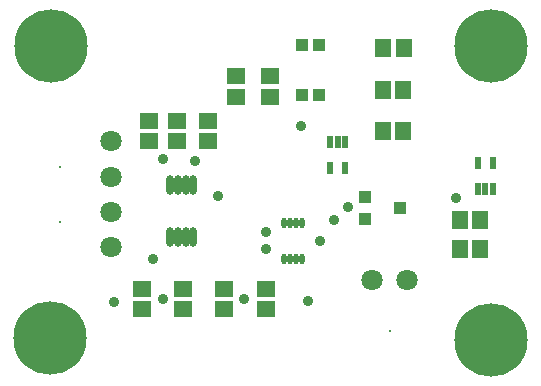
<source format=gts>
G04*
G04 #@! TF.GenerationSoftware,Altium Limited,Altium Designer,19.1.5 (86)*
G04*
G04 Layer_Color=8388736*
%FSLAX25Y25*%
%MOIN*%
G70*
G01*
G75*
%ADD28R,0.02178X0.04147*%
%ADD29R,0.06312X0.05524*%
%ADD30R,0.02375X0.04147*%
%ADD31R,0.06115X0.05524*%
%ADD32O,0.02572X0.06509*%
%ADD33R,0.06115X0.05328*%
%ADD34R,0.03950X0.03950*%
%ADD35R,0.05328X0.06312*%
%ADD36R,0.05524X0.06115*%
%ADD37R,0.05524X0.06312*%
%ADD38R,0.04343X0.03950*%
%ADD39O,0.01784X0.03753*%
%ADD40C,0.07099*%
%ADD41C,0.00800*%
%ADD42C,0.03556*%
%ADD43C,0.24422*%
D28*
X123031Y72441D02*
D03*
X117913D02*
D03*
Y81102D02*
D03*
X120472D02*
D03*
X123031D02*
D03*
D29*
X57480Y87992D02*
D03*
Y81299D02*
D03*
D30*
X167126Y74114D02*
D03*
X172244D02*
D03*
Y65256D02*
D03*
X169685D02*
D03*
X167126D02*
D03*
D31*
X77165Y87992D02*
D03*
Y81299D02*
D03*
X66929Y87992D02*
D03*
Y81299D02*
D03*
X96457Y25394D02*
D03*
Y32087D02*
D03*
X68898Y32087D02*
D03*
Y25394D02*
D03*
X55118Y32087D02*
D03*
Y25394D02*
D03*
X82677D02*
D03*
Y32087D02*
D03*
D32*
X64665Y49213D02*
D03*
X67224D02*
D03*
X69783D02*
D03*
X72343D02*
D03*
X64665Y66536D02*
D03*
X67224D02*
D03*
X69783D02*
D03*
X72343D02*
D03*
D33*
X98032Y102953D02*
D03*
Y96063D02*
D03*
X86614Y103051D02*
D03*
Y96161D02*
D03*
D34*
X114370Y96850D02*
D03*
X108465D02*
D03*
X114370Y113386D02*
D03*
X108465D02*
D03*
D35*
X135433Y112205D02*
D03*
X142520D02*
D03*
D36*
X167913Y55118D02*
D03*
X161221D02*
D03*
X142323Y84646D02*
D03*
X135630D02*
D03*
X161221Y45276D02*
D03*
X167913D02*
D03*
D37*
X135630Y98425D02*
D03*
X142323D02*
D03*
D38*
X141142Y59055D02*
D03*
X129724Y55315D02*
D03*
Y62795D02*
D03*
D39*
X102559Y41929D02*
D03*
X104527D02*
D03*
X106496D02*
D03*
X108465D02*
D03*
X102559Y54134D02*
D03*
X104527D02*
D03*
X106496D02*
D03*
X108465D02*
D03*
D40*
X44961Y45866D02*
D03*
Y57677D02*
D03*
Y69488D02*
D03*
Y81299D02*
D03*
X131890Y35118D02*
D03*
X143701D02*
D03*
D41*
X27953Y72835D02*
D03*
Y54331D02*
D03*
X137795Y18110D02*
D03*
D42*
X119291Y55118D02*
D03*
X114567Y48031D02*
D03*
X124016Y59449D02*
D03*
X62205Y75197D02*
D03*
X72835Y74803D02*
D03*
X80709Y62992D02*
D03*
X59055Y42126D02*
D03*
X96457Y45276D02*
D03*
X159843Y62205D02*
D03*
X96457Y51181D02*
D03*
X108268Y86221D02*
D03*
X110630Y27953D02*
D03*
X89370Y28740D02*
D03*
X46063Y27559D02*
D03*
X62205Y28740D02*
D03*
D43*
X24803Y112992D02*
D03*
X171653D02*
D03*
Y14961D02*
D03*
X24409Y15748D02*
D03*
M02*

</source>
